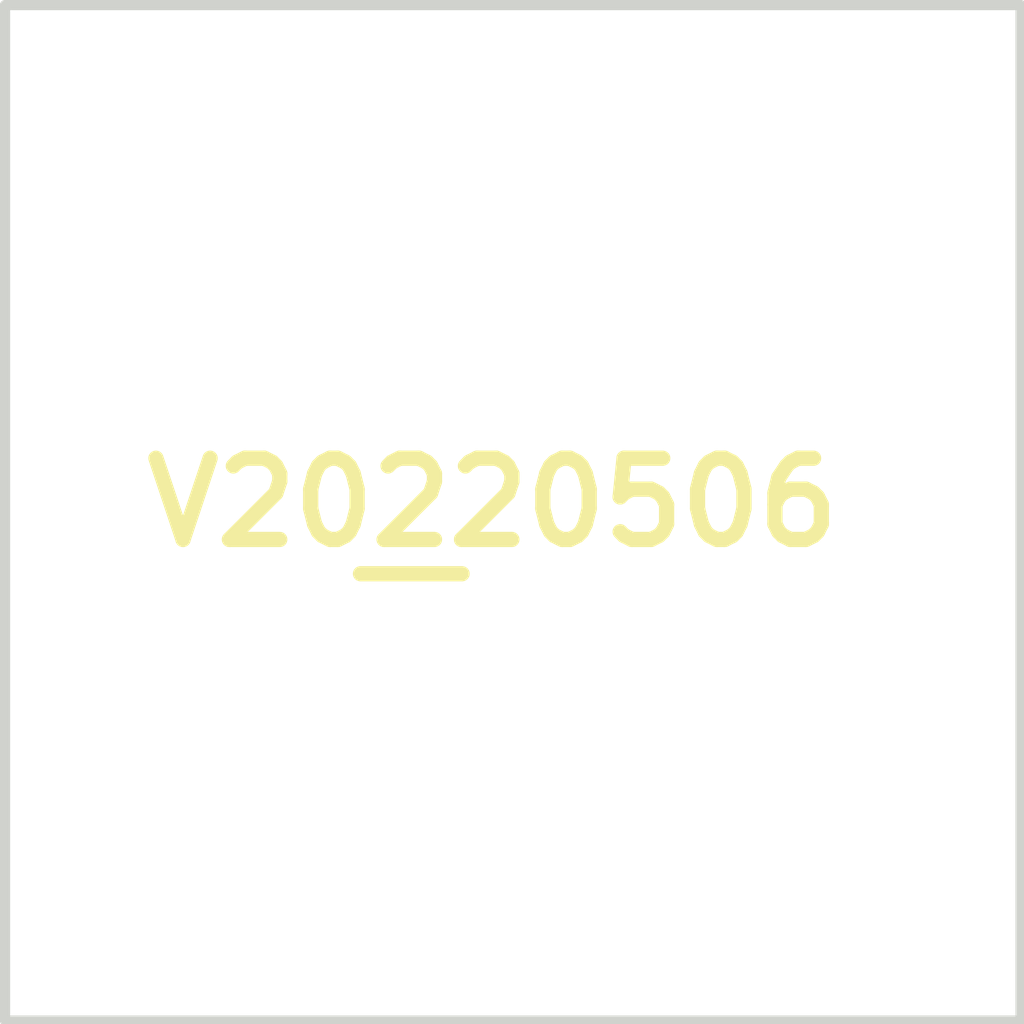
<source format=kicad_pcb>
(kicad_pcb (version 20211014) (generator pcbnew)
  (layers (0 "F.Cu" signal) (31 "B.Cu" signal) (34 "B.Paste" user) (35 "F.Paste" user) (36 "B.SilkS" user "B.Silkscreen") (37 "F.SilkS" user "F.Silkscreen") (38 "B.Mask" user) (39 "F.Mask" user) (44 "Edge.Cuts" user))
  (net 0 "")
  (footprint "SquantorLabels:Label_Generic" (layer "F.Cu") (at 24 25)
    (fp_text reference "N1" hide)
    (fp_text value "V20220506" (at 0.8 -0.1) (layer "F.SilkS") (effects (font (size 0.8 0.8))))
    (fp_line (start -0.5 0.6) (end 0.5 0.6) (layer "F.SilkS") (width 0.15))
  )
  (gr_line (start 30 20) (end 30 30) (layer "Edge.Cuts") (width 0.1))
  (gr_line (start 20 20) (end 30 20) (layer "Edge.Cuts") (width 0.1))
  (gr_line (start 20 30) (end 20 20) (layer "Edge.Cuts") (width 0.1))
  (gr_line (start 30 30) (end 20 30) (layer "Edge.Cuts") (width 0.1))
)
</source>
